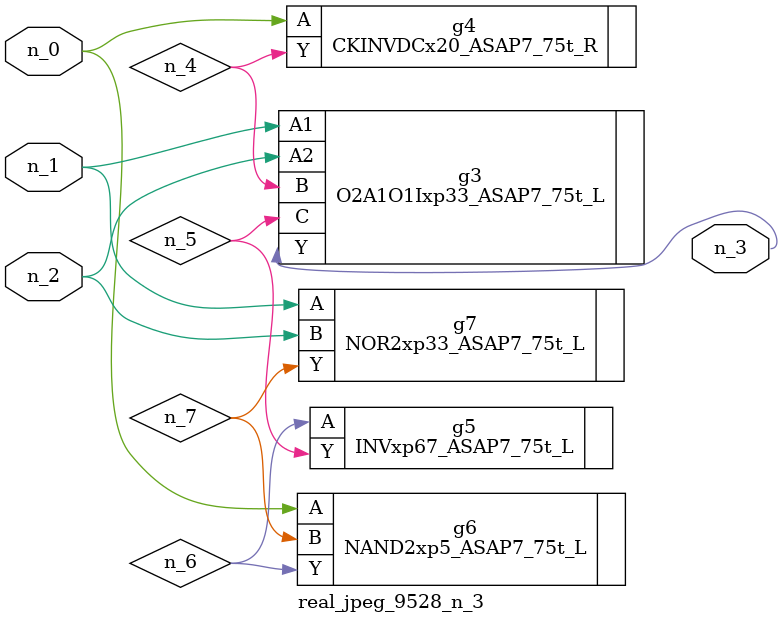
<source format=v>
module real_jpeg_9528_n_3 (n_1, n_0, n_2, n_3);

input n_1;
input n_0;
input n_2;

output n_3;

wire n_5;
wire n_4;
wire n_6;
wire n_7;

CKINVDCx20_ASAP7_75t_R g4 ( 
.A(n_0),
.Y(n_4)
);

NAND2xp5_ASAP7_75t_L g6 ( 
.A(n_0),
.B(n_7),
.Y(n_6)
);

O2A1O1Ixp33_ASAP7_75t_L g3 ( 
.A1(n_1),
.A2(n_2),
.B(n_4),
.C(n_5),
.Y(n_3)
);

NOR2xp33_ASAP7_75t_L g7 ( 
.A(n_1),
.B(n_2),
.Y(n_7)
);

INVxp67_ASAP7_75t_L g5 ( 
.A(n_6),
.Y(n_5)
);


endmodule
</source>
